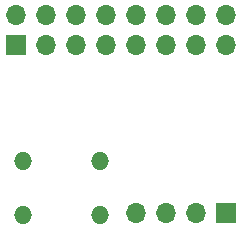
<source format=gbs>
%TF.GenerationSoftware,KiCad,Pcbnew,5.1.7-a382d34a8~87~ubuntu20.04.1*%
%TF.CreationDate,2020-11-06T02:00:15-03:00*%
%TF.ProjectId,RPI_HAT,5250495f-4841-4542-9e6b-696361645f70,v1 *%
%TF.SameCoordinates,Original*%
%TF.FileFunction,Soldermask,Bot*%
%TF.FilePolarity,Negative*%
%FSLAX46Y46*%
G04 Gerber Fmt 4.6, Leading zero omitted, Abs format (unit mm)*
G04 Created by KiCad (PCBNEW 5.1.7-a382d34a8~87~ubuntu20.04.1) date 2020-11-06 02:00:15*
%MOMM*%
%LPD*%
G01*
G04 APERTURE LIST*
%ADD10R,1.700000X1.700000*%
%ADD11O,1.700000X1.700000*%
%ADD12O,1.524000X1.524000*%
G04 APERTURE END LIST*
D10*
%TO.C,J1*%
X96012000Y-94869000D03*
D11*
X96012000Y-92329000D03*
X98552000Y-94869000D03*
X98552000Y-92329000D03*
X101092000Y-94869000D03*
X101092000Y-92329000D03*
X103632000Y-94869000D03*
X103632000Y-92329000D03*
X106172000Y-94869000D03*
X106172000Y-92329000D03*
X108712000Y-94869000D03*
X108712000Y-92329000D03*
X111252000Y-94869000D03*
X111252000Y-92329000D03*
X113792000Y-94869000D03*
X113792000Y-92329000D03*
%TD*%
D12*
%TO.C,SW1*%
X103144900Y-109194600D03*
X96642500Y-109194600D03*
X103144900Y-104673400D03*
X96642500Y-104673400D03*
%TD*%
D10*
%TO.C,U1*%
X113792000Y-109093000D03*
D11*
X111252000Y-109093000D03*
X108712000Y-109093000D03*
X106172000Y-109093000D03*
%TD*%
M02*

</source>
